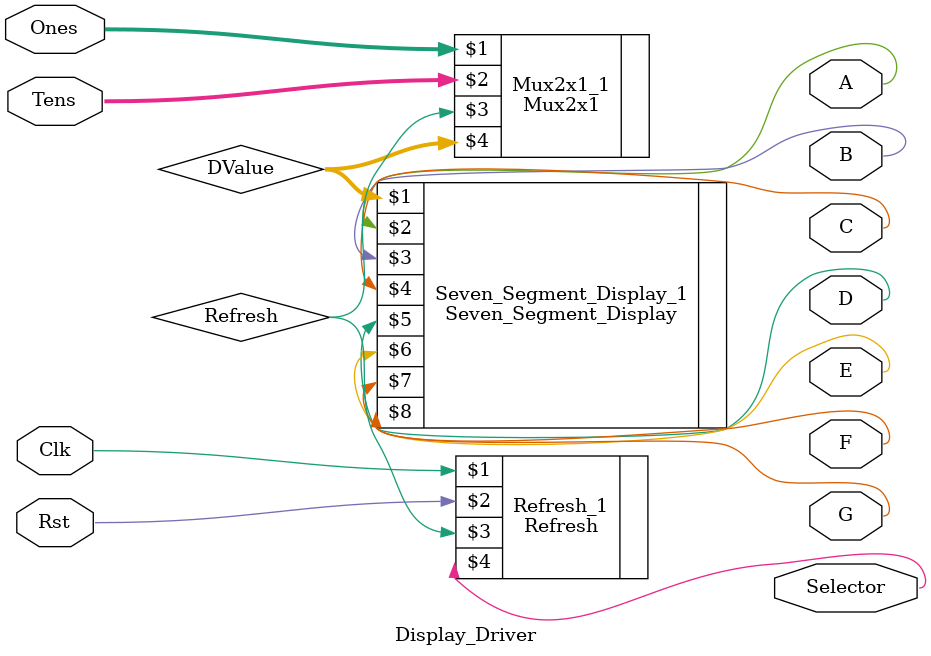
<source format=v>
`timescale 1ns / 1ps
module Display_Driver(Clk, Rst, Tens, Ones, A, B, C, D, E, F, G, Selector);
   input Clk, Rst;
   input [3:0] Tens;
	input [3:0] Ones;
   output A, B, C, D, E, F, G;
	
	output Selector;
	wire [3:0] DValue;
	wire Refresh;
	
	Refresh Refresh_1 (Clk, Rst, Refresh,Selector);
	Mux2x1 Mux2x1_1 (Ones, Tens, Refresh, DValue);
	Seven_Segment_Display Seven_Segment_Display_1(DValue, A, B, C, D, E, F, G);

endmodule

</source>
